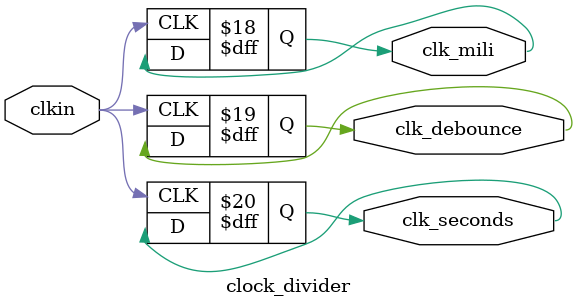
<source format=v>
module clock_divider(clkin, clk_mili, clk_debounce, clk_seconds);
	input clkin;
	output reg clk_mili, clk_debounce, clk_seconds;
	
	reg count_mili;
	reg count_debounce;
	reg count_seconds;
	
	initial begin
	 count_mili = 0;
	 count_debounce = 0;
	 count_seconds =0;
	end
	
	
	//mili
	always @(posedge clkin) begin
		if(count_mili == 4999)begin
			count_mili <= 0; //reset counter
			clk_mili <= ~clk_mili;
		end
		
		if(count_debounce == 4999) begin
			count_debounce <=0;
			clk_debounce <= ~clk_debounce;
		end
		
		if(count_seconds == 50000000)begin
			count_seconds <=0;
			clk_seconds <= ~clk_seconds;
		end
		
		count_mili <= count_mili+1;
		count_debounce <= count_debounce+1;
		count_seconds <= count_seconds+1;
end

endmodule



</source>
